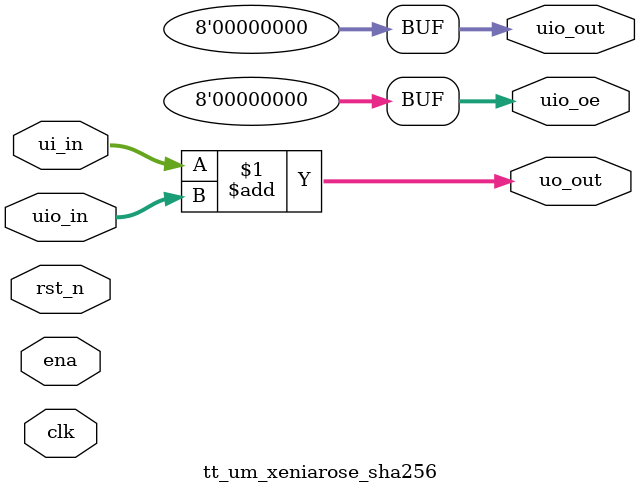
<source format=v>
/*
 * Copyright (c) 2024 xenia dragon
 * SPDX-License-Identifier: Apache-2.0
 */

`default_nettype none

module tt_um_xeniarose_sha256 (
    input  wire [7:0] ui_in,    // Dedicated inputs
    output wire [7:0] uo_out,   // Dedicated outputs
    input  wire [7:0] uio_in,   // IOs: Input path
    output wire [7:0] uio_out,  // IOs: Output path
    output wire [7:0] uio_oe,   // IOs: Enable path (active high: 0=input, 1=output)
    input  wire       ena,      // always 1 when the design is powered, so you can ignore it
    input  wire       clk,      // clock
    input  wire       rst_n     // reset_n - low to reset
);

  // All output pins must be assigned. If not used, assign to 0.
  assign uo_out  = ui_in + uio_in;  // Example: ou_out is the sum of ui_in and uio_in
  assign uio_out = 0;
  assign uio_oe  = 0;

endmodule

</source>
